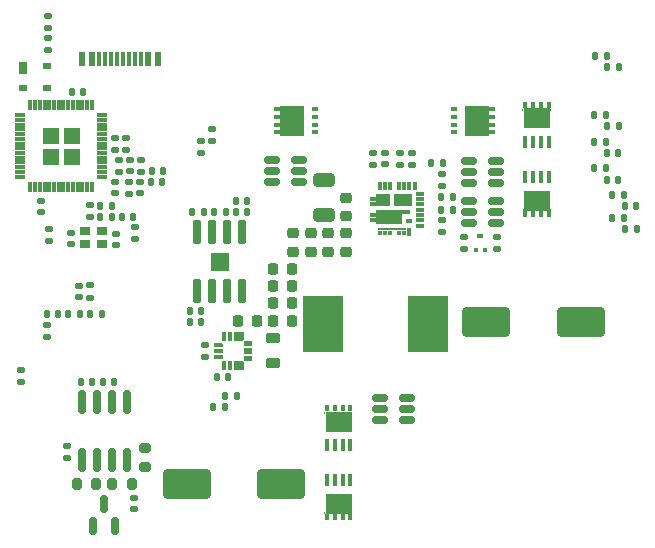
<source format=gbr>
%TF.GenerationSoftware,KiCad,Pcbnew,(7.0.0)*%
%TF.CreationDate,2023-09-07T01:40:49+01:00*%
%TF.ProjectId,PDU,5044552e-6b69-4636-9164-5f7063625858,rev?*%
%TF.SameCoordinates,Original*%
%TF.FileFunction,Paste,Top*%
%TF.FilePolarity,Positive*%
%FSLAX46Y46*%
G04 Gerber Fmt 4.6, Leading zero omitted, Abs format (unit mm)*
G04 Created by KiCad (PCBNEW (7.0.0)) date 2023-09-07 01:40:49*
%MOMM*%
%LPD*%
G01*
G04 APERTURE LIST*
G04 Aperture macros list*
%AMRoundRect*
0 Rectangle with rounded corners*
0 $1 Rounding radius*
0 $2 $3 $4 $5 $6 $7 $8 $9 X,Y pos of 4 corners*
0 Add a 4 corners polygon primitive as box body*
4,1,4,$2,$3,$4,$5,$6,$7,$8,$9,$2,$3,0*
0 Add four circle primitives for the rounded corners*
1,1,$1+$1,$2,$3*
1,1,$1+$1,$4,$5*
1,1,$1+$1,$6,$7*
1,1,$1+$1,$8,$9*
0 Add four rect primitives between the rounded corners*
20,1,$1+$1,$2,$3,$4,$5,0*
20,1,$1+$1,$4,$5,$6,$7,0*
20,1,$1+$1,$6,$7,$8,$9,0*
20,1,$1+$1,$8,$9,$2,$3,0*%
G04 Aperture macros list end*
%ADD10C,0.010000*%
%ADD11RoundRect,0.135000X0.185000X-0.135000X0.185000X0.135000X-0.185000X0.135000X-0.185000X-0.135000X0*%
%ADD12RoundRect,0.140000X-0.140000X-0.170000X0.140000X-0.170000X0.140000X0.170000X-0.140000X0.170000X0*%
%ADD13RoundRect,0.225000X0.225000X0.250000X-0.225000X0.250000X-0.225000X-0.250000X0.225000X-0.250000X0*%
%ADD14RoundRect,0.225000X-0.250000X0.225000X-0.250000X-0.225000X0.250000X-0.225000X0.250000X0.225000X0*%
%ADD15R,0.550000X0.300000*%
%ADD16R,0.300000X0.450000*%
%ADD17R,0.300000X0.725000*%
%ADD18R,0.725000X0.300000*%
%ADD19R,1.575000X1.050000*%
%ADD20R,1.150000X1.050000*%
%ADD21R,2.175000X1.200000*%
%ADD22R,0.580000X0.380000*%
%ADD23R,0.650000X0.455000*%
%ADD24R,2.350000X0.275000*%
%ADD25R,0.405000X0.990000*%
%ADD26R,0.405000X0.510000*%
%ADD27R,2.235000X1.725000*%
%ADD28R,0.077000X0.250000*%
%ADD29RoundRect,0.135000X-0.135000X-0.185000X0.135000X-0.185000X0.135000X0.185000X-0.135000X0.185000X0*%
%ADD30R,0.700000X1.000000*%
%ADD31R,0.700000X0.600000*%
%ADD32RoundRect,0.135000X-0.185000X0.135000X-0.185000X-0.135000X0.185000X-0.135000X0.185000X0.135000X0*%
%ADD33RoundRect,0.135000X0.135000X0.185000X-0.135000X0.185000X-0.135000X-0.185000X0.135000X-0.185000X0*%
%ADD34RoundRect,0.150000X-0.512500X-0.150000X0.512500X-0.150000X0.512500X0.150000X-0.512500X0.150000X0*%
%ADD35R,0.600000X0.400000*%
%ADD36R,0.550000X0.400000*%
%ADD37R,2.030000X2.650000*%
%ADD38R,0.600000X1.160000*%
%ADD39R,0.300000X1.160000*%
%ADD40RoundRect,0.150000X-0.150000X0.825000X-0.150000X-0.825000X0.150000X-0.825000X0.150000X0.825000X0*%
%ADD41RoundRect,0.147500X0.147500X0.172500X-0.147500X0.172500X-0.147500X-0.172500X0.147500X-0.172500X0*%
%ADD42RoundRect,0.140000X0.170000X-0.140000X0.170000X0.140000X-0.170000X0.140000X-0.170000X-0.140000X0*%
%ADD43RoundRect,0.147500X-0.172500X0.147500X-0.172500X-0.147500X0.172500X-0.147500X0.172500X0.147500X0*%
%ADD44RoundRect,0.140000X0.140000X0.170000X-0.140000X0.170000X-0.140000X-0.170000X0.140000X-0.170000X0*%
%ADD45RoundRect,0.140000X-0.170000X0.140000X-0.170000X-0.140000X0.170000X-0.140000X0.170000X0.140000X0*%
%ADD46RoundRect,0.225000X-0.225000X-0.250000X0.225000X-0.250000X0.225000X0.250000X-0.225000X0.250000X0*%
%ADD47RoundRect,0.200000X-0.200000X-0.275000X0.200000X-0.275000X0.200000X0.275000X-0.200000X0.275000X0*%
%ADD48RoundRect,0.218750X0.381250X-0.218750X0.381250X0.218750X-0.381250X0.218750X-0.381250X-0.218750X0*%
%ADD49RoundRect,0.200000X0.275000X-0.200000X0.275000X0.200000X-0.275000X0.200000X-0.275000X-0.200000X0*%
%ADD50RoundRect,0.147500X0.172500X-0.147500X0.172500X0.147500X-0.172500X0.147500X-0.172500X-0.147500X0*%
%ADD51RoundRect,0.006600X0.398400X0.103400X-0.398400X0.103400X-0.398400X-0.103400X0.398400X-0.103400X0*%
%ADD52RoundRect,0.022000X0.088000X0.383000X-0.088000X0.383000X-0.088000X-0.383000X0.088000X-0.383000X0*%
%ADD53RoundRect,0.147500X-0.147500X-0.172500X0.147500X-0.172500X0.147500X0.172500X-0.147500X0.172500X0*%
%ADD54R,0.900000X0.800000*%
%ADD55RoundRect,0.150000X0.512500X0.150000X-0.512500X0.150000X-0.512500X-0.150000X0.512500X-0.150000X0*%
%ADD56RoundRect,0.250000X1.750000X1.000000X-1.750000X1.000000X-1.750000X-1.000000X1.750000X-1.000000X0*%
%ADD57R,0.400000X0.450000*%
%ADD58R,0.500000X0.450000*%
%ADD59RoundRect,0.250000X-0.650000X0.325000X-0.650000X-0.325000X0.650000X-0.325000X0.650000X0.325000X0*%
%ADD60RoundRect,0.150000X0.150000X-0.587500X0.150000X0.587500X-0.150000X0.587500X-0.150000X-0.587500X0*%
%ADD61RoundRect,0.042000X0.258000X-0.943000X0.258000X0.943000X-0.258000X0.943000X-0.258000X-0.943000X0*%
%ADD62R,3.350000X4.700000*%
G04 APERTURE END LIST*
%TO.C,U2*%
G36*
X76355000Y-38915000D02*
G01*
X75085000Y-38915000D01*
X75085000Y-37645000D01*
X76355000Y-37645000D01*
X76355000Y-38915000D01*
G37*
D10*
X76355000Y-38915000D02*
X75085000Y-38915000D01*
X75085000Y-37645000D01*
X76355000Y-37645000D01*
X76355000Y-38915000D01*
G36*
X76355000Y-37155000D02*
G01*
X75085000Y-37155000D01*
X75085000Y-35885000D01*
X76355000Y-35885000D01*
X76355000Y-37155000D01*
G37*
X76355000Y-37155000D02*
X75085000Y-37155000D01*
X75085000Y-35885000D01*
X76355000Y-35885000D01*
X76355000Y-37155000D01*
G36*
X74595000Y-38915000D02*
G01*
X73325000Y-38915000D01*
X73325000Y-37645000D01*
X74595000Y-37645000D01*
X74595000Y-38915000D01*
G37*
X74595000Y-38915000D02*
X73325000Y-38915000D01*
X73325000Y-37645000D01*
X74595000Y-37645000D01*
X74595000Y-38915000D01*
G36*
X74595000Y-37155000D02*
G01*
X73325000Y-37155000D01*
X73325000Y-35885000D01*
X74595000Y-35885000D01*
X74595000Y-37155000D01*
G37*
X74595000Y-37155000D02*
X73325000Y-37155000D01*
X73325000Y-35885000D01*
X74595000Y-35885000D01*
X74595000Y-37155000D01*
%TO.C,U4*%
G36*
X88435000Y-54870000D02*
G01*
X87810000Y-54870000D01*
X87810000Y-54570000D01*
X88435000Y-54570000D01*
X88435000Y-54870000D01*
G37*
X88435000Y-54870000D02*
X87810000Y-54870000D01*
X87810000Y-54570000D01*
X88435000Y-54570000D01*
X88435000Y-54870000D01*
G36*
X88435000Y-55370000D02*
G01*
X87810000Y-55370000D01*
X87810000Y-55070000D01*
X88435000Y-55070000D01*
X88435000Y-55370000D01*
G37*
X88435000Y-55370000D02*
X87810000Y-55370000D01*
X87810000Y-55070000D01*
X88435000Y-55070000D01*
X88435000Y-55370000D01*
G36*
X88760000Y-53795000D02*
G01*
X88460000Y-53795000D01*
X88460000Y-53170000D01*
X88760000Y-53170000D01*
X88760000Y-53795000D01*
G37*
X88760000Y-53795000D02*
X88460000Y-53795000D01*
X88460000Y-53170000D01*
X88760000Y-53170000D01*
X88760000Y-53795000D01*
G36*
X88760000Y-56270000D02*
G01*
X88460000Y-56270000D01*
X88460000Y-55645000D01*
X88760000Y-55645000D01*
X88760000Y-56270000D01*
G37*
X88760000Y-56270000D02*
X88460000Y-56270000D01*
X88460000Y-55645000D01*
X88760000Y-55645000D01*
X88760000Y-56270000D01*
G36*
X89260000Y-53795000D02*
G01*
X88960000Y-53795000D01*
X88960000Y-53170000D01*
X89260000Y-53170000D01*
X89260000Y-53795000D01*
G37*
X89260000Y-53795000D02*
X88960000Y-53795000D01*
X88960000Y-53170000D01*
X89260000Y-53170000D01*
X89260000Y-53795000D01*
G36*
X89260000Y-56270000D02*
G01*
X88960000Y-56270000D01*
X88960000Y-55645000D01*
X89260000Y-55645000D01*
X89260000Y-56270000D01*
G37*
X89260000Y-56270000D02*
X88960000Y-56270000D01*
X88960000Y-55645000D01*
X89260000Y-55645000D01*
X89260000Y-56270000D01*
G36*
X90910000Y-54895000D02*
G01*
X90285000Y-54895000D01*
X90285000Y-54545000D01*
X90910000Y-54545000D01*
X90910000Y-54895000D01*
G37*
X90910000Y-54895000D02*
X90285000Y-54895000D01*
X90285000Y-54545000D01*
X90910000Y-54545000D01*
X90910000Y-54895000D01*
G36*
X88435000Y-54205000D02*
G01*
X88435000Y-54370000D01*
X87810000Y-54370000D01*
X87810000Y-54070000D01*
X88300000Y-54070000D01*
X88435000Y-54205000D01*
G37*
X88435000Y-54205000D02*
X88435000Y-54370000D01*
X87810000Y-54370000D01*
X87810000Y-54070000D01*
X88300000Y-54070000D01*
X88435000Y-54205000D01*
G36*
X90260000Y-53737000D02*
G01*
X90159000Y-53795000D01*
X89460000Y-53795000D01*
X89460000Y-53170000D01*
X90260000Y-53170000D01*
X90260000Y-53737000D01*
G37*
X90260000Y-53737000D02*
X90159000Y-53795000D01*
X89460000Y-53795000D01*
X89460000Y-53170000D01*
X90260000Y-53170000D01*
X90260000Y-53737000D01*
G36*
X90260000Y-55703000D02*
G01*
X90260000Y-56270000D01*
X89460000Y-56270000D01*
X89460000Y-55645000D01*
X90159000Y-55645000D01*
X90260000Y-55703000D01*
G37*
X90260000Y-55703000D02*
X90260000Y-56270000D01*
X89460000Y-56270000D01*
X89460000Y-55645000D01*
X90159000Y-55645000D01*
X90260000Y-55703000D01*
G36*
X90910000Y-54245000D02*
G01*
X90285000Y-54245000D01*
X90285000Y-53953000D01*
X90386000Y-53895000D01*
X90910000Y-53895000D01*
X90910000Y-54245000D01*
G37*
X90910000Y-54245000D02*
X90285000Y-54245000D01*
X90285000Y-53953000D01*
X90386000Y-53895000D01*
X90910000Y-53895000D01*
X90910000Y-54245000D01*
G36*
X90910000Y-55545000D02*
G01*
X90386000Y-55545000D01*
X90285000Y-55487000D01*
X90285000Y-55195000D01*
X90910000Y-55195000D01*
X90910000Y-55545000D01*
G37*
X90910000Y-55545000D02*
X90386000Y-55545000D01*
X90285000Y-55487000D01*
X90285000Y-55195000D01*
X90910000Y-55195000D01*
X90910000Y-55545000D01*
%TO.C,U10*%
G36*
X88936976Y-47881976D02*
G01*
X87535000Y-47881976D01*
X87535000Y-46480000D01*
X88936976Y-46480000D01*
X88936976Y-47881976D01*
G37*
X88936976Y-47881976D02*
X87535000Y-47881976D01*
X87535000Y-46480000D01*
X88936976Y-46480000D01*
X88936976Y-47881976D01*
%TD*%
D11*
%TO.C,R23*%
X75352980Y-63840000D03*
X75352980Y-62820000D03*
%TD*%
D12*
%TO.C,C18*%
X78358980Y-57388000D03*
X79318980Y-57388000D03*
%TD*%
D13*
%TO.C,C17*%
X94369000Y-47800000D03*
X92819000Y-47800000D03*
%TD*%
D14*
%TO.C,C34*%
X98974000Y-44805000D03*
X98974000Y-46355000D03*
%TD*%
D15*
%TO.C,IC2*%
X101263999Y-41905999D03*
X101263999Y-42355999D03*
X101263999Y-43255999D03*
X101263999Y-43705999D03*
D16*
X101813999Y-44805999D03*
X102263999Y-44805999D03*
X102713999Y-44805999D03*
X103413999Y-44805999D03*
X103863999Y-44805999D03*
D17*
X104313999Y-44668999D03*
D18*
X105225999Y-44155999D03*
X105225999Y-43705999D03*
X105225999Y-43255999D03*
X105225999Y-42805999D03*
X105225999Y-42355999D03*
X105225999Y-41905999D03*
X105225999Y-41455999D03*
D17*
X104763999Y-40793999D03*
X104313999Y-40793999D03*
X103863999Y-40793999D03*
X103413999Y-40793999D03*
X102713999Y-40793999D03*
X102263999Y-40793999D03*
X101813999Y-40793999D03*
D19*
X103775999Y-41980999D03*
D20*
X102113999Y-41980999D03*
D21*
X102625999Y-43405999D03*
D22*
X104273999Y-43720999D03*
D23*
X104038999Y-43033999D03*
D24*
X102838999Y-44443999D03*
%TD*%
D25*
%TO.C,Q8*%
X99329999Y-65719999D03*
X98669999Y-65719999D03*
X98009999Y-65719999D03*
X97349999Y-65719999D03*
D26*
X97349999Y-68829999D03*
X98009999Y-68829999D03*
X98669999Y-68829999D03*
X99329999Y-68829999D03*
D27*
X98339999Y-67711999D03*
D28*
X97183999Y-68449999D03*
X99495999Y-68449999D03*
%TD*%
D25*
%TO.C,Q10*%
X116139999Y-40059999D03*
X115479999Y-40059999D03*
X114819999Y-40059999D03*
X114159999Y-40059999D03*
D26*
X114159999Y-43169999D03*
X114819999Y-43169999D03*
X115479999Y-43169999D03*
X116139999Y-43169999D03*
D27*
X115149999Y-42051999D03*
D28*
X113993999Y-42789999D03*
X116305999Y-42789999D03*
%TD*%
D29*
%TO.C,R32*%
X122560000Y-44430000D03*
X123580000Y-44430000D03*
%TD*%
D30*
%TO.C,D1*%
X71629999Y-30829999D03*
D31*
X71629999Y-32529999D03*
X73629999Y-32529999D03*
X73629999Y-30629999D03*
%TD*%
D32*
%TO.C,R21*%
X107130000Y-39800000D03*
X107130000Y-40820000D03*
%TD*%
D33*
%TO.C,R20*%
X107190000Y-38885000D03*
X106170000Y-38885000D03*
%TD*%
D34*
%TO.C,U7*%
X109392500Y-42060000D03*
X109392500Y-43010000D03*
X109392500Y-43960000D03*
X111667500Y-43960000D03*
X111667500Y-43010000D03*
X111667500Y-42060000D03*
%TD*%
D29*
%TO.C,R14*%
X120010000Y-29800000D03*
X121030000Y-29800000D03*
%TD*%
D35*
%TO.C,Q5*%
X108084999Y-34299999D03*
X108084999Y-34949999D03*
X108084999Y-35599999D03*
X108084999Y-36249999D03*
D36*
X111309999Y-36249999D03*
X111309999Y-35599999D03*
X111309999Y-34949999D03*
X111309999Y-34299999D03*
D37*
X110019999Y-35274999D03*
%TD*%
D38*
%TO.C,J3*%
X83029999Y-30009999D03*
X82229999Y-30009999D03*
D39*
X81079999Y-30009999D03*
X80079999Y-30009999D03*
X79579999Y-30009999D03*
X78579999Y-30009999D03*
D38*
X77429999Y-30009999D03*
X76629999Y-30009999D03*
X76629999Y-30009999D03*
X77429999Y-30009999D03*
D39*
X78079999Y-30009999D03*
X79079999Y-30009999D03*
X80579999Y-30009999D03*
X81579999Y-30009999D03*
D38*
X82229999Y-30009999D03*
X83029999Y-30009999D03*
%TD*%
D33*
%TO.C,R33*%
X121010000Y-39300000D03*
X119990000Y-39300000D03*
%TD*%
D12*
%TO.C,C4*%
X82520000Y-39550000D03*
X83480000Y-39550000D03*
%TD*%
D40*
%TO.C,U5*%
X80452980Y-59080000D03*
X79182980Y-59080000D03*
X77912980Y-59080000D03*
X76642980Y-59080000D03*
X76642980Y-64030000D03*
X77912980Y-64030000D03*
X79182980Y-64030000D03*
X80452980Y-64030000D03*
%TD*%
D29*
%TO.C,R9*%
X119990000Y-34790000D03*
X121010000Y-34790000D03*
%TD*%
D33*
%TO.C,R7*%
X121010000Y-37060000D03*
X119990000Y-37060000D03*
%TD*%
D25*
%TO.C,Q9*%
X114149999Y-37064999D03*
X114809999Y-37064999D03*
X115469999Y-37064999D03*
X116129999Y-37064999D03*
D26*
X116129999Y-33954999D03*
X115469999Y-33954999D03*
X114809999Y-33954999D03*
X114149999Y-33954999D03*
D27*
X115139999Y-35072999D03*
D28*
X116295999Y-34334999D03*
X113983999Y-34334999D03*
%TD*%
D14*
%TO.C,C25*%
X95974000Y-44805000D03*
X95974000Y-46355000D03*
%TD*%
D41*
%TO.C,LOGICLED1*%
X121995000Y-40250000D03*
X121025000Y-40250000D03*
%TD*%
D42*
%TO.C,C42*%
X102234000Y-38946000D03*
X102234000Y-37986000D03*
%TD*%
D43*
%TO.C,L2*%
X77270000Y-42445000D03*
X77270000Y-43415000D03*
%TD*%
D44*
%TO.C,C53*%
X90590000Y-42070000D03*
X89630000Y-42070000D03*
%TD*%
D45*
%TO.C,C10*%
X73150000Y-42070000D03*
X73150000Y-43030000D03*
%TD*%
D33*
%TO.C,R26*%
X88680000Y-59490000D03*
X87660000Y-59490000D03*
%TD*%
D44*
%TO.C,C51*%
X86690000Y-52280000D03*
X85730000Y-52280000D03*
%TD*%
D11*
%TO.C,R35*%
X111710000Y-46150000D03*
X111710000Y-45130000D03*
%TD*%
D46*
%TO.C,C50*%
X89850000Y-52190000D03*
X91400000Y-52190000D03*
%TD*%
D45*
%TO.C,C5*%
X81530000Y-40470000D03*
X81530000Y-41430000D03*
%TD*%
D41*
%TO.C,DEPLED1*%
X123535000Y-42510000D03*
X122565000Y-42510000D03*
%TD*%
D44*
%TO.C,C12*%
X80960000Y-43410000D03*
X80000000Y-43410000D03*
%TD*%
D45*
%TO.C,C20*%
X81002980Y-67180000D03*
X81002980Y-68140000D03*
%TD*%
D47*
%TO.C,R16*%
X79155000Y-66005000D03*
X80805000Y-66005000D03*
%TD*%
D48*
%TO.C,L5*%
X92820000Y-55752500D03*
X92820000Y-53627500D03*
%TD*%
D44*
%TO.C,C52*%
X86700000Y-51360000D03*
X85740000Y-51360000D03*
%TD*%
D11*
%TO.C,R30*%
X101284000Y-38996000D03*
X101284000Y-37976000D03*
%TD*%
D29*
%TO.C,R27*%
X121520000Y-41560000D03*
X122540000Y-41560000D03*
%TD*%
D33*
%TO.C,R36*%
X78320000Y-51660000D03*
X77300000Y-51660000D03*
%TD*%
D49*
%TO.C,R15*%
X81982980Y-64610000D03*
X81982980Y-62960000D03*
%TD*%
D33*
%TO.C,R13*%
X86910000Y-42990000D03*
X85890000Y-42990000D03*
%TD*%
D34*
%TO.C,U6*%
X101812500Y-58710000D03*
X101812500Y-59660000D03*
X101812500Y-60610000D03*
X104087500Y-60610000D03*
X104087500Y-59660000D03*
X104087500Y-58710000D03*
%TD*%
D11*
%TO.C,R4*%
X73820000Y-45450000D03*
X73820000Y-44430000D03*
%TD*%
D50*
%TO.C,USBLED1*%
X86650000Y-37990000D03*
X86650000Y-37020000D03*
%TD*%
D44*
%TO.C,C19*%
X77498980Y-57388000D03*
X76538980Y-57388000D03*
%TD*%
D51*
%TO.C,U2*%
X78285000Y-40000000D03*
X78285000Y-39600000D03*
X78285000Y-39200000D03*
X78285000Y-38800000D03*
X78285000Y-38400000D03*
X78285000Y-38000000D03*
X78285000Y-37600000D03*
X78285000Y-37200000D03*
X78285000Y-36800000D03*
X78285000Y-36400000D03*
X78285000Y-36000000D03*
X78285000Y-35600000D03*
X78285000Y-35200000D03*
X78285000Y-34800000D03*
D52*
X77440000Y-33955000D03*
X77040000Y-33955000D03*
X76640000Y-33955000D03*
X76240000Y-33955000D03*
X75840000Y-33955000D03*
X75440000Y-33955000D03*
X75040000Y-33955000D03*
X74640000Y-33955000D03*
X74240000Y-33955000D03*
X73840000Y-33955000D03*
X73440000Y-33955000D03*
X73040000Y-33955000D03*
X72640000Y-33955000D03*
X72240000Y-33955000D03*
D51*
X71395000Y-34800000D03*
X71395000Y-35200000D03*
X71395000Y-35600000D03*
X71395000Y-36000000D03*
X71395000Y-36400000D03*
X71395000Y-36800000D03*
X71395000Y-37200000D03*
X71395000Y-37600000D03*
X71395000Y-38000000D03*
X71395000Y-38400000D03*
X71395000Y-38800000D03*
X71395000Y-39200000D03*
X71395000Y-39600000D03*
X71395000Y-40000000D03*
D52*
X72240000Y-40845000D03*
X72640000Y-40845000D03*
X73040000Y-40845000D03*
X73440000Y-40845000D03*
X73840000Y-40845000D03*
X74240000Y-40845000D03*
X74640000Y-40845000D03*
X75040000Y-40845000D03*
X75440000Y-40845000D03*
X75840000Y-40845000D03*
X76240000Y-40845000D03*
X76640000Y-40845000D03*
X77040000Y-40845000D03*
X77440000Y-40845000D03*
%TD*%
D41*
%TO.C,3V3LED1*%
X121995000Y-38000000D03*
X121025000Y-38000000D03*
%TD*%
D14*
%TO.C,C15*%
X94484000Y-44795000D03*
X94484000Y-46345000D03*
%TD*%
D25*
%TO.C,Q7*%
X97349999Y-62729999D03*
X98009999Y-62729999D03*
X98669999Y-62729999D03*
X99329999Y-62729999D03*
D26*
X99329999Y-59619999D03*
X98669999Y-59619999D03*
X98009999Y-59619999D03*
X97349999Y-59619999D03*
D27*
X98339999Y-60737999D03*
D28*
X99495999Y-59999999D03*
X97183999Y-59999999D03*
%TD*%
D32*
%TO.C,R5*%
X77280000Y-49220000D03*
X77280000Y-50240000D03*
%TD*%
D53*
%TO.C,CANRXLED1*%
X75465000Y-51660000D03*
X76435000Y-51660000D03*
%TD*%
D54*
%TO.C,Y1*%
X78269999Y-44629999D03*
X76869999Y-44629999D03*
X76869999Y-45729999D03*
X78269999Y-45729999D03*
%TD*%
D12*
%TO.C,C1*%
X82430000Y-40490000D03*
X83390000Y-40490000D03*
%TD*%
%TO.C,C46*%
X107024000Y-41706000D03*
X107984000Y-41706000D03*
%TD*%
D29*
%TO.C,R28*%
X121500000Y-43470000D03*
X122520000Y-43470000D03*
%TD*%
D46*
%TO.C,C32*%
X92814000Y-50740000D03*
X94364000Y-50740000D03*
%TD*%
D32*
%TO.C,R12*%
X87590000Y-36000000D03*
X87590000Y-37020000D03*
%TD*%
D43*
%TO.C,TXLED1*%
X76330000Y-49245000D03*
X76330000Y-50215000D03*
%TD*%
D42*
%TO.C,C47*%
X107054000Y-44656000D03*
X107054000Y-43696000D03*
%TD*%
D33*
%TO.C,R24*%
X89720000Y-58540000D03*
X88700000Y-58540000D03*
%TD*%
D55*
%TO.C,U1*%
X111667500Y-40550000D03*
X111667500Y-39600000D03*
X111667500Y-38650000D03*
X109392500Y-38650000D03*
X109392500Y-39600000D03*
X109392500Y-40550000D03*
%TD*%
D29*
%TO.C,R22*%
X121020000Y-30740000D03*
X122040000Y-30740000D03*
%TD*%
D12*
%TO.C,C9*%
X78170000Y-42490000D03*
X79130000Y-42490000D03*
%TD*%
D33*
%TO.C,R2*%
X88780000Y-42990000D03*
X87760000Y-42990000D03*
%TD*%
D41*
%TO.C,BATTLED1*%
X122045000Y-35740000D03*
X121075000Y-35740000D03*
%TD*%
D11*
%TO.C,R3*%
X81610000Y-39600000D03*
X81610000Y-38580000D03*
%TD*%
D56*
%TO.C,C23*%
X93472500Y-66000000D03*
X85472500Y-66000000D03*
%TD*%
D57*
%TO.C,Q1*%
X109929999Y-46194999D03*
X110729999Y-46194999D03*
D58*
X110329999Y-45044999D03*
%TD*%
D14*
%TO.C,C38*%
X97464000Y-44795000D03*
X97464000Y-46345000D03*
%TD*%
D46*
%TO.C,C30*%
X92814000Y-52200000D03*
X94364000Y-52200000D03*
%TD*%
D42*
%TO.C,C8*%
X80340000Y-37720000D03*
X80340000Y-36760000D03*
%TD*%
D45*
%TO.C,C6*%
X79410000Y-40450000D03*
X79410000Y-41410000D03*
%TD*%
D12*
%TO.C,C7*%
X78170000Y-43410000D03*
X79130000Y-43410000D03*
%TD*%
D35*
%TO.C,Q6*%
X96309999Y-36249999D03*
X96309999Y-35599999D03*
X96309999Y-34949999D03*
X96309999Y-34299999D03*
D36*
X93084999Y-34299999D03*
X93084999Y-34949999D03*
X93084999Y-35599999D03*
X93084999Y-36249999D03*
D37*
X94374999Y-35274999D03*
%TD*%
D32*
%TO.C,R1*%
X87060000Y-54230000D03*
X87060000Y-55250000D03*
%TD*%
D59*
%TO.C,C40*%
X97080000Y-40315000D03*
X97080000Y-43265000D03*
%TD*%
D32*
%TO.C,R6*%
X79410000Y-36730000D03*
X79410000Y-37750000D03*
%TD*%
D12*
%TO.C,C11*%
X75740000Y-32830000D03*
X76700000Y-32830000D03*
%TD*%
D11*
%TO.C,R11*%
X73750000Y-29270000D03*
X73750000Y-28250000D03*
%TD*%
%TO.C,R31*%
X104540000Y-39010000D03*
X104540000Y-37990000D03*
%TD*%
%TO.C,R34*%
X108950000Y-46160000D03*
X108950000Y-45140000D03*
%TD*%
D44*
%TO.C,C49*%
X88960000Y-57010000D03*
X88000000Y-57010000D03*
%TD*%
D14*
%TO.C,C44*%
X98980000Y-41825000D03*
X98980000Y-43375000D03*
%TD*%
D11*
%TO.C,R8*%
X81120000Y-45310000D03*
X81120000Y-44290000D03*
%TD*%
D41*
%TO.C,CANTXLED1*%
X74575000Y-51660000D03*
X73605000Y-51660000D03*
%TD*%
D34*
%TO.C,U8*%
X92695000Y-38600000D03*
X92695000Y-39550000D03*
X92695000Y-40500000D03*
X94970000Y-40500000D03*
X94970000Y-39550000D03*
X94970000Y-38600000D03*
%TD*%
D60*
%TO.C,D2*%
X77500000Y-69602500D03*
X79400000Y-69602500D03*
X78450000Y-67727500D03*
%TD*%
D45*
%TO.C,C2*%
X80670000Y-38600000D03*
X80670000Y-39560000D03*
%TD*%
D47*
%TO.C,R17*%
X76185000Y-66015000D03*
X77835000Y-66015000D03*
%TD*%
D11*
%TO.C,R19*%
X73630000Y-53570000D03*
X73630000Y-52550000D03*
%TD*%
D32*
%TO.C,R29*%
X103560000Y-37980000D03*
X103560000Y-39000000D03*
%TD*%
D33*
%TO.C,R25*%
X108034000Y-42796000D03*
X107014000Y-42796000D03*
%TD*%
D45*
%TO.C,C14*%
X79470000Y-44870000D03*
X79470000Y-45830000D03*
%TD*%
%TO.C,C3*%
X79750000Y-38610000D03*
X79750000Y-39570000D03*
%TD*%
D61*
%TO.C,U10*%
X86330000Y-49650000D03*
X87600000Y-49650000D03*
X88870000Y-49650000D03*
X90140000Y-49650000D03*
X90140000Y-44710000D03*
X88870000Y-44710000D03*
X87600000Y-44710000D03*
X86330000Y-44710000D03*
%TD*%
D42*
%TO.C,C13*%
X75710000Y-45720000D03*
X75710000Y-44760000D03*
%TD*%
D46*
%TO.C,C36*%
X92809000Y-49260000D03*
X94359000Y-49260000D03*
%TD*%
D43*
%TO.C,L1*%
X80600000Y-40465000D03*
X80600000Y-41435000D03*
%TD*%
D44*
%TO.C,C54*%
X90600000Y-43000000D03*
X89640000Y-43000000D03*
%TD*%
D56*
%TO.C,C24*%
X118832500Y-52340000D03*
X110832500Y-52340000D03*
%TD*%
D62*
%TO.C,L3*%
X96999999Y-52469999D03*
X105899999Y-52469999D03*
%TD*%
D11*
%TO.C,R18*%
X71440000Y-57385000D03*
X71440000Y-56365000D03*
%TD*%
%TO.C,R10*%
X73750000Y-27400000D03*
X73750000Y-26380000D03*
%TD*%
M02*

</source>
